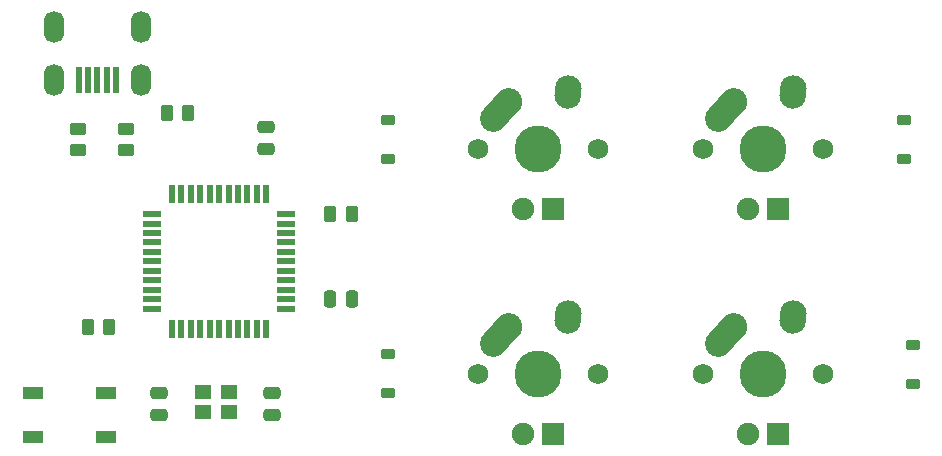
<source format=gbr>
%TF.GenerationSoftware,KiCad,Pcbnew,7.0.5-0*%
%TF.CreationDate,2023-07-02T04:04:51-04:00*%
%TF.ProjectId,Tutorial,5475746f-7269-4616-9c2e-6b696361645f,rev?*%
%TF.SameCoordinates,Original*%
%TF.FileFunction,Soldermask,Top*%
%TF.FilePolarity,Negative*%
%FSLAX46Y46*%
G04 Gerber Fmt 4.6, Leading zero omitted, Abs format (unit mm)*
G04 Created by KiCad (PCBNEW 7.0.5-0) date 2023-07-02 04:04:51*
%MOMM*%
%LPD*%
G01*
G04 APERTURE LIST*
G04 Aperture macros list*
%AMRoundRect*
0 Rectangle with rounded corners*
0 $1 Rounding radius*
0 $2 $3 $4 $5 $6 $7 $8 $9 X,Y pos of 4 corners*
0 Add a 4 corners polygon primitive as box body*
4,1,4,$2,$3,$4,$5,$6,$7,$8,$9,$2,$3,0*
0 Add four circle primitives for the rounded corners*
1,1,$1+$1,$2,$3*
1,1,$1+$1,$4,$5*
1,1,$1+$1,$6,$7*
1,1,$1+$1,$8,$9*
0 Add four rect primitives between the rounded corners*
20,1,$1+$1,$2,$3,$4,$5,0*
20,1,$1+$1,$4,$5,$6,$7,0*
20,1,$1+$1,$6,$7,$8,$9,0*
20,1,$1+$1,$8,$9,$2,$3,0*%
%AMHorizOval*
0 Thick line with rounded ends*
0 $1 width*
0 $2 $3 position (X,Y) of the first rounded end (center of the circle)*
0 $4 $5 position (X,Y) of the second rounded end (center of the circle)*
0 Add line between two ends*
20,1,$1,$2,$3,$4,$5,0*
0 Add two circle primitives to create the rounded ends*
1,1,$1,$2,$3*
1,1,$1,$4,$5*%
G04 Aperture macros list end*
%ADD10C,1.750000*%
%ADD11C,3.987800*%
%ADD12HorizOval,2.250000X0.655008X0.729993X-0.655008X-0.729993X0*%
%ADD13C,2.250000*%
%ADD14HorizOval,2.250000X0.020004X0.290000X-0.020004X-0.290000X0*%
%ADD15C,1.905000*%
%ADD16R,1.905000X1.905000*%
%ADD17RoundRect,0.250000X-0.262500X-0.450000X0.262500X-0.450000X0.262500X0.450000X-0.262500X0.450000X0*%
%ADD18RoundRect,0.250000X0.475000X-0.250000X0.475000X0.250000X-0.475000X0.250000X-0.475000X-0.250000X0*%
%ADD19RoundRect,0.225000X0.375000X-0.225000X0.375000X0.225000X-0.375000X0.225000X-0.375000X-0.225000X0*%
%ADD20RoundRect,0.250000X-0.450000X0.262500X-0.450000X-0.262500X0.450000X-0.262500X0.450000X0.262500X0*%
%ADD21RoundRect,0.250000X-0.250000X-0.475000X0.250000X-0.475000X0.250000X0.475000X-0.250000X0.475000X0*%
%ADD22R,1.400000X1.200000*%
%ADD23R,1.800000X1.100000*%
%ADD24R,0.500000X2.250000*%
%ADD25O,1.700000X2.700000*%
%ADD26R,1.500000X0.550000*%
%ADD27R,0.550000X1.500000*%
G04 APERTURE END LIST*
D10*
%TO.C,MX1*%
X107632500Y-49212500D03*
D11*
X112712500Y-49212500D03*
D10*
X117792500Y-49212500D03*
D12*
X109557508Y-45942507D03*
D13*
X110212500Y-45212500D03*
D14*
X115232504Y-44422500D03*
D15*
X111442500Y-54292500D03*
D16*
X113982500Y-54292500D03*
%TD*%
D10*
%TO.C,MX2*%
X126682500Y-49212500D03*
D11*
X131762500Y-49212500D03*
D10*
X136842500Y-49212500D03*
D12*
X128607508Y-45942507D03*
D13*
X129262500Y-45212500D03*
D14*
X134282504Y-44422500D03*
D15*
X130492500Y-54292500D03*
D16*
X133032500Y-54292500D03*
%TD*%
D10*
%TO.C,MX3*%
X107632500Y-68262500D03*
D11*
X112712500Y-68262500D03*
D10*
X117792500Y-68262500D03*
D12*
X109557508Y-64992507D03*
D13*
X110212500Y-64262500D03*
D14*
X115232504Y-63472500D03*
D15*
X111442500Y-73342500D03*
D16*
X113982500Y-73342500D03*
%TD*%
D10*
%TO.C,MX4*%
X126682500Y-68262500D03*
D11*
X131762500Y-68262500D03*
D10*
X136842500Y-68262500D03*
D12*
X128607508Y-64992507D03*
D13*
X129262500Y-64262500D03*
D14*
X134282504Y-63472500D03*
D15*
X130492500Y-73342500D03*
D16*
X133032500Y-73342500D03*
%TD*%
D17*
%TO.C,R1*%
X95097321Y-54727375D03*
X96922321Y-54727375D03*
%TD*%
D18*
%TO.C,C3*%
X89681250Y-49218896D03*
X89681250Y-47318896D03*
%TD*%
D19*
%TO.C,D3*%
X100012500Y-69912500D03*
X100012500Y-66612500D03*
%TD*%
D20*
%TO.C,R2*%
X73800000Y-47487500D03*
X73800000Y-49312500D03*
%TD*%
D19*
%TO.C,D4*%
X144462500Y-69118750D03*
X144462500Y-65818750D03*
%TD*%
%TO.C,D2*%
X143668750Y-50068750D03*
X143668750Y-46768750D03*
%TD*%
D21*
%TO.C,C2*%
X95081250Y-61912500D03*
X96981250Y-61912500D03*
%TD*%
D18*
%TO.C,C7*%
X80656250Y-71750000D03*
X80656250Y-69850000D03*
%TD*%
D22*
%TO.C,Y1*%
X86518750Y-69793750D03*
X84318750Y-69793750D03*
X84318750Y-71493750D03*
X86518750Y-71493750D03*
%TD*%
D20*
%TO.C,R3*%
X77800000Y-47494895D03*
X77800000Y-49319895D03*
%TD*%
D18*
%TO.C,C6*%
X90181250Y-71750000D03*
X90181250Y-69850000D03*
%TD*%
D23*
%TO.C,SW1*%
X76158734Y-73603212D03*
X69958734Y-73603212D03*
X76158734Y-69903212D03*
X69958734Y-69903212D03*
%TD*%
D24*
%TO.C,USB1*%
X73806250Y-43393750D03*
X74606250Y-43393750D03*
X75406250Y-43393750D03*
X76206250Y-43393750D03*
X77006250Y-43393750D03*
D25*
X79056250Y-38893750D03*
X71756250Y-38893750D03*
X79056250Y-43393750D03*
X71756250Y-43393750D03*
%TD*%
D19*
%TO.C,D1*%
X100012500Y-50068750D03*
X100012500Y-46768750D03*
%TD*%
D26*
%TO.C,U1*%
X80012500Y-54737500D03*
X80012500Y-55537500D03*
X80012500Y-56337500D03*
X80012500Y-57137500D03*
X80012500Y-57937500D03*
X80012500Y-58737500D03*
X80012500Y-59537500D03*
X80012500Y-60337500D03*
X80012500Y-61137500D03*
X80012500Y-61937500D03*
X80012500Y-62737500D03*
D27*
X81712500Y-64437500D03*
X82512500Y-64437500D03*
X83312500Y-64437500D03*
X84112500Y-64437500D03*
X84912500Y-64437500D03*
X85712500Y-64437500D03*
X86512500Y-64437500D03*
X87312500Y-64437500D03*
X88112500Y-64437500D03*
X88912500Y-64437500D03*
X89712500Y-64437500D03*
D26*
X91412500Y-62737500D03*
X91412500Y-61937500D03*
X91412500Y-61137500D03*
X91412500Y-60337500D03*
X91412500Y-59537500D03*
X91412500Y-58737500D03*
X91412500Y-57937500D03*
X91412500Y-57137500D03*
X91412500Y-56337500D03*
X91412500Y-55537500D03*
X91412500Y-54737500D03*
D27*
X89712500Y-53037500D03*
X88912500Y-53037500D03*
X88112500Y-53037500D03*
X87312500Y-53037500D03*
X86512500Y-53037500D03*
X85712500Y-53037500D03*
X84912500Y-53037500D03*
X84112500Y-53037500D03*
X83312500Y-53037500D03*
X82512500Y-53037500D03*
X81712500Y-53037500D03*
%TD*%
D17*
%TO.C,F1*%
X81287500Y-46200000D03*
X83112500Y-46200000D03*
%TD*%
%TO.C,R4*%
X74600000Y-64293750D03*
X76425000Y-64293750D03*
%TD*%
M02*

</source>
